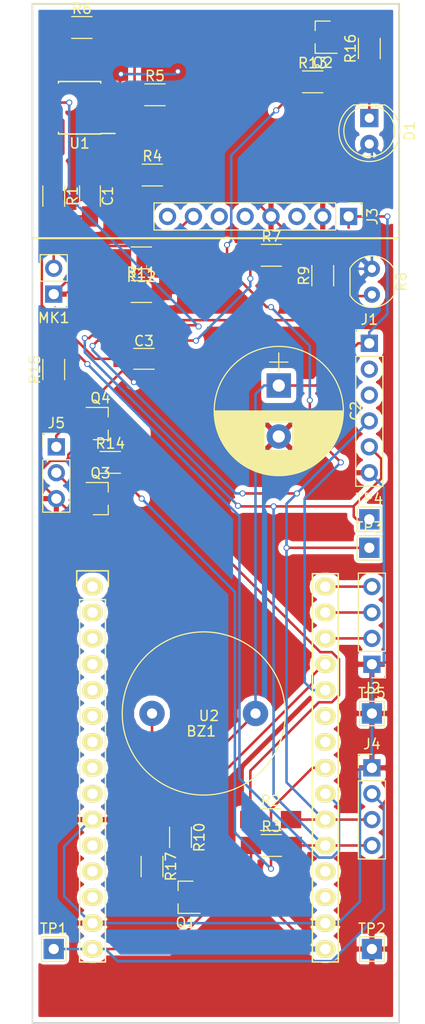
<source format=kicad_pcb>
(kicad_pcb (version 20171130) (host pcbnew 5.0.0-1.fc29)
  (layers (0 F.Cu signal) (31 B.Cu signal) (34 B.Paste user) (35 F.Paste user) (36 B.SilkS user) (37 F.SilkS user) (38 B.Mask user) (39 F.Mask user) (44 Edge.Cuts user))
  (net 0 "")
  (net 1 "Net-(BZ1-Pad2)")
  (net 2 +5V)
  (net 3 "Net-(C1-Pad1)")
  (net 4 "Net-(C1-Pad2)")
  (net 5 GND)
  (net 6 +3V3)
  (net 7 "Net-(D1-Pad1)")
  (net 8 "Net-(J1-Pad2)")
  (net 9 "Net-(J1-Pad3)")
  (net 10 SCL)
  (net 11 SDA)
  (net 12 "Net-(J3-Pad3)")
  (net 13 "Net-(J3-Pad5)")
  (net 14 "Net-(J3-Pad6)")
  (net 15 BAT)
  (net 16 "Net-(J3-Pad8)")
  (net 17 "Net-(J5-Pad1)")
  (net 18 "Net-(J5-Pad2)")
  (net 19 "Net-(Q1-Pad1)")
  (net 20 "Net-(Q2-Pad1)")
  (net 21 "Net-(Q3-Pad1)")
  (net 22 "Net-(Q4-Pad1)")
  (net 23 "Net-(R5-Pad1)")
  (net 24 AUD_IN)
  (net 25 "Net-(R7-Pad1)")
  (net 26 LDR_IN)
  (net 27 AUD_OUT)
  (net 28 "Net-(R11-Pad1)")
  (net 29 IR_LED)
  (net 30 FOCUS)
  (net 31 TRIG)
  (net 32 "Net-(U1-Pad1)")
  (net 33 "Net-(U1-Pad5)")
  (net 34 "Net-(U1-Pad8)")
  (net 35 "Net-(U2-Pad1)")
  (net 36 "Net-(U2-Pad2)")
  (net 37 "Net-(U2-Pad3)")
  (net 38 "Net-(U2-Pad4)")
  (net 39 "Net-(U2-Pad5)")
  (net 40 "Net-(U2-Pad6)")
  (net 41 "Net-(U2-Pad7)")
  (net 42 "Net-(U2-Pad8)")
  (net 43 "Net-(U2-Pad9)")
  (net 44 "Net-(U2-Pad11)")
  (net 45 "Net-(U2-Pad12)")
  (net 46 "Net-(U2-Pad13)")
  (net 47 "Net-(U2-Pad18)")
  (net 48 "Net-(U2-Pad19)")
  (net 49 "Net-(U2-Pad25)")
  (net 50 "Net-(U2-Pad24)")
  (net 51 "Net-(U3-Pad2)")
  (net 52 "Net-(U3-Pad7)")
  (net 53 ROTARY_CLICK)
  (net 54 ROTARY_PREV)
  (net 55 ROTARY_NEXT)
  (net 56 "Net-(Q1-Pad3)")
  (net 57 "Net-(Q2-Pad3)")
  (module Buzzers_Beepers:BUZZER (layer F.Cu) (at 83.82 119.634 180)
    (fp_text reference BZ1 (at 0.24892 -1.75006 180) (layer F.SilkS))
    (fp_text value Buzzer)
    (pad 2 thru_hole circle (at 5.08 0 180) (size 2.49936 2.49936) (drill 1.00076) (layers *.Cu *.Mask) (net 1 "Net-(BZ1-Pad2)"))
    (pad 1 thru_hole circle (at -5.08 0 180) (size 2.49936 2.49936) (drill 1.00076) (layers *.Cu *.Mask) (net 2 +5V))
  )
  (module Capacitors_SMD:C_1206_HandSoldering (layer F.Cu) (at 72.644 68.866 270)
    (fp_text reference C1 (at 0 -1.75 270) (layer F.SilkS))
    (fp_text value 0.1uF)
    (pad 1 smd rect (at -2 0 270) (size 2 1.6) (layers F.Cu F.Paste F.Mask) (net 3 "Net-(C1-Pad1)"))
    (pad 2 smd rect (at 2 0 270) (size 2 1.6) (layers F.Cu F.Paste F.Mask) (net 4 "Net-(C1-Pad2)"))
  )
  (module Capacitors_THT:CP_Radial_D12.5mm_P5.00mm (layer F.Cu) (at 91.186 87.456 270)
    (fp_text reference C2 (at 2.5 -7.56 270) (layer F.SilkS))
    (fp_text value 680uF)
    (pad 1 thru_hole rect (at 0 0 270) (size 2.4 2.4) (drill 1.2) (layers *.Cu *.Mask) (net 2 +5V))
    (pad 2 thru_hole circle (at 5 0 270) (size 2.4 2.4) (drill 1.2) (layers *.Cu *.Mask) (net 5 GND))
  )
  (module Capacitors_SMD:C_1206_HandSoldering (layer F.Cu) (at 77.946 84.836)
    (fp_text reference C3 (at 0 -1.75) (layer F.SilkS))
    (fp_text value 1uF)
    (pad 1 smd rect (at -2 0) (size 2 1.6) (layers F.Cu F.Paste F.Mask) (net 6 +3V3))
    (pad 2 smd rect (at 2 0) (size 2 1.6) (layers F.Cu F.Paste F.Mask) (net 5 GND))
  )
  (module Resistors_SMD:R_1206_HandSoldering (layer F.Cu) (at 69.088 68.866 270)
    (fp_text reference R1 (at 0 -1.85 270) (layer F.SilkS))
    (fp_text value 2.2k)
    (pad 1 smd rect (at -2 0 270) (size 2 1.7) (layers F.Cu F.Paste F.Mask) (net 6 +3V3))
    (pad 2 smd rect (at 2 0 270) (size 2 1.7) (layers F.Cu F.Paste F.Mask) (net 4 "Net-(C1-Pad2)"))
  )
  (module Resistors_SMD:R_1206_HandSoldering (layer F.Cu) (at 90.392 130.048)
    (fp_text reference R2 (at 0 -1.85) (layer F.SilkS))
    (fp_text value R)
    (pad 1 smd rect (at -2 0) (size 2 1.7) (layers F.Cu F.Paste F.Mask) (net 6 +3V3))
    (pad 2 smd rect (at 2 0) (size 2 1.7) (layers F.Cu F.Paste F.Mask) (net 10 SCL))
  )
  (module Resistors_SMD:R_1206_HandSoldering (layer F.Cu) (at 90.456 132.588)
    (fp_text reference R3 (at 0 -1.85) (layer F.SilkS))
    (fp_text value R)
    (pad 1 smd rect (at -2 0) (size 2 1.7) (layers F.Cu F.Paste F.Mask) (net 6 +3V3))
    (pad 2 smd rect (at 2 0) (size 2 1.7) (layers F.Cu F.Paste F.Mask) (net 11 SDA))
  )
  (module Resistors_SMD:R_1206_HandSoldering (layer F.Cu) (at 78.772 66.802)
    (fp_text reference R4 (at 0 -1.85) (layer F.SilkS))
    (fp_text value 100k)
    (pad 1 smd rect (at -2 0) (size 2 1.7) (layers F.Cu F.Paste F.Mask) (net 3 "Net-(C1-Pad1)"))
    (pad 2 smd rect (at 2 0) (size 2 1.7) (layers F.Cu F.Paste F.Mask) (net 5 GND))
  )
  (module Resistors_SMD:R_1206_HandSoldering (layer F.Cu) (at 79.026 58.928)
    (fp_text reference R5 (at 0 -1.85) (layer F.SilkS))
    (fp_text value 1k)
    (pad 1 smd rect (at -2 0) (size 2 1.7) (layers F.Cu F.Paste F.Mask) (net 23 "Net-(R5-Pad1)"))
    (pad 2 smd rect (at 2 0) (size 2 1.7) (layers F.Cu F.Paste F.Mask) (net 5 GND))
  )
  (module Resistors_SMD:R_1206_HandSoldering (layer F.Cu) (at 71.85 52.324)
    (fp_text reference R6 (at 0 -1.85) (layer F.SilkS))
    (fp_text value 100k)
    (pad 1 smd rect (at -2 0) (size 2 1.7) (layers F.Cu F.Paste F.Mask) (net 24 AUD_IN))
    (pad 2 smd rect (at 2 0) (size 2 1.7) (layers F.Cu F.Paste F.Mask) (net 23 "Net-(R5-Pad1)"))
  )
  (module Resistors_SMD:R_1206_HandSoldering (layer F.Cu) (at 90.456 74.676)
    (fp_text reference R7 (at 0 -1.85) (layer F.SilkS))
    (fp_text value 10k)
    (pad 1 smd rect (at -2 0) (size 2 1.7) (layers F.Cu F.Paste F.Mask) (net 25 "Net-(R7-Pad1)"))
    (pad 2 smd rect (at 2 0) (size 2 1.7) (layers F.Cu F.Paste F.Mask) (net 5 GND))
  )
  (module Resistors_SMD:R_1206_HandSoldering (layer F.Cu) (at 95.504 76.676 90)
    (fp_text reference R9 (at 0 -1.85 90) (layer F.SilkS))
    (fp_text value R)
    (pad 1 smd rect (at -2 0 90) (size 2 1.7) (layers F.Cu F.Paste F.Mask) (net 26 LDR_IN))
    (pad 2 smd rect (at 2 0 90) (size 2 1.7) (layers F.Cu F.Paste F.Mask) (net 5 GND))
  )
  (module Resistors_SMD:R_1206_HandSoldering (layer F.Cu) (at 81.534 131.794 270)
    (fp_text reference R10 (at 0 -1.85 270) (layer F.SilkS))
    (fp_text value 1k)
    (pad 1 smd rect (at -2 0 270) (size 2 1.7) (layers F.Cu F.Paste F.Mask) (net 27 AUD_OUT))
    (pad 2 smd rect (at 2 0 270) (size 2 1.7) (layers F.Cu F.Paste F.Mask) (net 19 "Net-(Q1-Pad1)"))
  )
  (module Resistors_SMD:R_1206_HandSoldering (layer F.Cu) (at 77.692 78.232)
    (fp_text reference R11 (at 0 -1.85) (layer F.SilkS))
    (fp_text value 20k)
    (pad 1 smd rect (at -2 0) (size 2 1.7) (layers F.Cu F.Paste F.Mask) (net 28 "Net-(R11-Pad1)"))
    (pad 2 smd rect (at 2 0) (size 2 1.7) (layers F.Cu F.Paste F.Mask) (net 5 GND))
  )
  (module Resistors_SMD:R_1206_HandSoldering (layer F.Cu) (at 77.692 74.93 180)
    (fp_text reference R12 (at 0 -1.85 180) (layer F.SilkS))
    (fp_text value 10k)
    (pad 1 smd rect (at -2 0 180) (size 2 1.7) (layers F.Cu F.Paste F.Mask) (net 15 BAT))
    (pad 2 smd rect (at 2 0 180) (size 2 1.7) (layers F.Cu F.Paste F.Mask) (net 28 "Net-(R11-Pad1)"))
  )
  (module Resistors_SMD:R_1206_HandSoldering (layer F.Cu) (at 94.52 57.658)
    (fp_text reference R13 (at 0 -1.85) (layer F.SilkS))
    (fp_text value 1k)
    (pad 1 smd rect (at -2 0) (size 2 1.7) (layers F.Cu F.Paste F.Mask) (net 29 IR_LED))
    (pad 2 smd rect (at 2 0) (size 2 1.7) (layers F.Cu F.Paste F.Mask) (net 20 "Net-(Q2-Pad1)"))
  )
  (module Resistors_SMD:R_1206_HandSoldering (layer F.Cu) (at 74.644 94.996)
    (fp_text reference R14 (at 0 -1.85) (layer F.SilkS))
    (fp_text value 1k)
    (pad 1 smd rect (at -2 0) (size 2 1.7) (layers F.Cu F.Paste F.Mask) (net 21 "Net-(Q3-Pad1)"))
    (pad 2 smd rect (at 2 0) (size 2 1.7) (layers F.Cu F.Paste F.Mask) (net 30 FOCUS))
  )
  (module Resistors_SMD:R_1206_HandSoldering (layer F.Cu) (at 69.088 85.884 90)
    (fp_text reference R15 (at 0 -1.85 90) (layer F.SilkS))
    (fp_text value 1k)
    (pad 1 smd rect (at -2 0 90) (size 2 1.7) (layers F.Cu F.Paste F.Mask) (net 22 "Net-(Q4-Pad1)"))
    (pad 2 smd rect (at 2 0 90) (size 2 1.7) (layers F.Cu F.Paste F.Mask) (net 31 TRIG))
  )
  (module Resistors_SMD:R_1206_HandSoldering (layer F.Cu) (at 100.076 54.388 90)
    (fp_text reference R16 (at 0 -1.85 90) (layer F.SilkS))
    (fp_text value 27)
    (pad 1 smd rect (at -2 0 90) (size 2 1.7) (layers F.Cu F.Paste F.Mask) (net 7 "Net-(D1-Pad1)"))
    (pad 2 smd rect (at 2 0 90) (size 2 1.7) (layers F.Cu F.Paste F.Mask) (net 57 "Net-(Q2-Pad3)"))
  )
  (module Resistors_SMD:R_1206_HandSoldering (layer F.Cu) (at 78.74 134.652 270)
    (fp_text reference R17 (at 0 -1.85 270) (layer F.SilkS))
    (fp_text value 100)
    (pad 1 smd rect (at -2 0 270) (size 2 1.7) (layers F.Cu F.Paste F.Mask) (net 1 "Net-(BZ1-Pad2)"))
    (pad 2 smd rect (at 2 0 270) (size 2 1.7) (layers F.Cu F.Paste F.Mask) (net 56 "Net-(Q1-Pad3)"))
  )
  (module Housings_SOIC:SOIC-8_3.9x4.9mm_Pitch1.27mm (layer F.Cu) (at 71.628 60.198 180)
    (fp_text reference U1 (at 0 -3.5 180) (layer F.SilkS))
    (fp_text value OPA340UA)
    (pad 1 smd rect (at -2.7 -1.905 180) (size 1.55 0.6) (layers F.Cu F.Paste F.Mask) (net 32 "Net-(U1-Pad1)"))
    (pad 2 smd rect (at -2.7 -0.635 180) (size 1.55 0.6) (layers F.Cu F.Paste F.Mask) (net 23 "Net-(R5-Pad1)"))
    (pad 3 smd rect (at -2.7 0.635 180) (size 1.55 0.6) (layers F.Cu F.Paste F.Mask) (net 3 "Net-(C1-Pad1)"))
    (pad 4 smd rect (at -2.7 1.905 180) (size 1.55 0.6) (layers F.Cu F.Paste F.Mask) (net 5 GND))
    (pad 5 smd rect (at 2.7 1.905 180) (size 1.55 0.6) (layers F.Cu F.Paste F.Mask) (net 33 "Net-(U1-Pad5)"))
    (pad 6 smd rect (at 2.7 0.635 180) (size 1.55 0.6) (layers F.Cu F.Paste F.Mask) (net 24 AUD_IN))
    (pad 7 smd rect (at 2.7 -0.635 180) (size 1.55 0.6) (layers F.Cu F.Paste F.Mask) (net 6 +3V3))
    (pad 8 smd rect (at 2.7 -1.905 180) (size 1.55 0.6) (layers F.Cu F.Paste F.Mask) (net 34 "Net-(U1-Pad8)"))
  )
  (module nodemcu:NodeMCU_Amica_R2 (layer F.Cu) (at 72.898 107.188)
    (fp_text reference U2 (at 11.43 12.68) (layer F.SilkS))
    (fp_text value NodeMCU_Amica_R2 hide)
    (pad 1 thru_hole oval (at 0 0) (size 2.032 1.7272) (drill 1.016) (layers *.Cu *.Mask F.SilkS) (net 35 "Net-(U2-Pad1)"))
    (pad 2 thru_hole oval (at 0 2.54) (size 2.032 1.7272) (drill 1.016) (layers *.Cu *.Mask F.SilkS) (net 36 "Net-(U2-Pad2)"))
    (pad 3 thru_hole oval (at 0 5.08) (size 2.032 1.7272) (drill 1.016) (layers *.Cu *.Mask F.SilkS) (net 37 "Net-(U2-Pad3)"))
    (pad 4 thru_hole oval (at 0 7.62) (size 2.032 1.7272) (drill 1.016) (layers *.Cu *.Mask F.SilkS) (net 38 "Net-(U2-Pad4)"))
    (pad 5 thru_hole oval (at 0 10.16) (size 2.032 1.7272) (drill 1.016) (layers *.Cu *.Mask F.SilkS) (net 39 "Net-(U2-Pad5)"))
    (pad 6 thru_hole oval (at 0 12.7) (size 2.032 1.7272) (drill 1.016) (layers *.Cu *.Mask F.SilkS) (net 40 "Net-(U2-Pad6)"))
    (pad 7 thru_hole oval (at 0 15.24) (size 2.032 1.7272) (drill 1.016) (layers *.Cu *.Mask F.SilkS) (net 41 "Net-(U2-Pad7)"))
    (pad 8 thru_hole oval (at 0 17.78) (size 2.032 1.7272) (drill 1.016) (layers *.Cu *.Mask F.SilkS) (net 42 "Net-(U2-Pad8)"))
    (pad 9 thru_hole oval (at 0 20.32) (size 2.032 1.7272) (drill 1.016) (layers *.Cu *.Mask F.SilkS) (net 43 "Net-(U2-Pad9)"))
    (pad 10 thru_hole oval (at 0 22.86) (size 2.032 1.7272) (drill 1.016) (layers *.Cu *.Mask F.SilkS) (net 5 GND))
    (pad 11 thru_hole oval (at 0 25.4) (size 2.032 1.7272) (drill 1.016) (layers *.Cu *.Mask F.SilkS) (net 44 "Net-(U2-Pad11)"))
    (pad 12 thru_hole oval (at 0 27.94) (size 2.032 1.7272) (drill 1.016) (layers *.Cu *.Mask F.SilkS) (net 45 "Net-(U2-Pad12)"))
    (pad 13 thru_hole oval (at 0 30.48) (size 2.032 1.7272) (drill 1.016) (layers *.Cu *.Mask F.SilkS) (net 46 "Net-(U2-Pad13)"))
    (pad 14 thru_hole oval (at 0 33.02) (size 2.032 1.7272) (drill 1.016) (layers *.Cu *.Mask F.SilkS) (net 5 GND))
    (pad 15 thru_hole oval (at 0 35.56) (size 2.032 1.7272) (drill 1.016) (layers *.Cu *.Mask F.SilkS) (net 2 +5V))
    (pad 30 thru_hole oval (at 22.86 0) (size 2.032 1.7272) (drill 1.016) (layers *.Cu *.Mask F.SilkS) (net 55 ROTARY_NEXT))
    (pad 18 thru_hole oval (at 22.86 30.48) (size 2.032 1.7272) (drill 1.016) (layers *.Cu *.Mask F.SilkS) (net 47 "Net-(U2-Pad18)"))
    (pad 17 thru_hole oval (at 22.86 33.02) (size 2.032 1.7272) (drill 1.016) (layers *.Cu *.Mask F.SilkS) (net 5 GND))
    (pad 19 thru_hole oval (at 22.86 27.94) (size 2.032 1.7272) (drill 1.016) (layers *.Cu *.Mask F.SilkS) (net 48 "Net-(U2-Pad19)"))
    (pad 25 thru_hole oval (at 22.86 12.7) (size 2.032 1.7272) (drill 1.016) (layers *.Cu *.Mask F.SilkS) (net 49 "Net-(U2-Pad25)"))
    (pad 26 thru_hole oval (at 22.86 10.16) (size 2.032 1.7272) (drill 1.016) (layers *.Cu *.Mask F.SilkS) (net 29 IR_LED))
    (pad 24 thru_hole oval (at 22.86 15.24) (size 2.032 1.7272) (drill 1.016) (layers *.Cu *.Mask F.SilkS) (net 50 "Net-(U2-Pad24)"))
    (pad 16 thru_hole oval (at 22.86 35.56) (size 2.032 1.7272) (drill 1.016) (layers *.Cu *.Mask F.SilkS) (net 6 +3V3))
    (pad 22 thru_hole oval (at 22.86 20.32) (size 2.032 1.7272) (drill 1.016) (layers *.Cu *.Mask F.SilkS) (net 31 TRIG))
    (pad 23 thru_hole oval (at 22.86 17.78) (size 2.032 1.7272) (drill 1.016) (layers *.Cu *.Mask F.SilkS) (net 30 FOCUS))
    (pad 21 thru_hole oval (at 22.86 22.86) (size 2.032 1.7272) (drill 1.016) (layers *.Cu *.Mask F.SilkS) (net 10 SCL))
    (pad 20 thru_hole oval (at 22.86 25.4) (size 2.032 1.7272) (drill 1.016) (layers *.Cu *.Mask F.SilkS) (net 11 SDA))
    (pad 28 thru_hole oval (at 22.86 5.08) (size 2.032 1.7272) (drill 1.016) (layers *.Cu *.Mask F.SilkS) (net 53 ROTARY_CLICK))
    (pad 27 thru_hole oval (at 22.86 7.62) (size 2.032 1.7272) (drill 1.016) (layers *.Cu *.Mask F.SilkS) (net 27 AUD_OUT))
    (pad 29 thru_hole oval (at 22.86 2.54) (size 2.032 1.7272) (drill 1.016) (layers *.Cu *.Mask F.SilkS) (net 54 ROTARY_PREV))
  )
  (module Tinkerforge:VSSOP10 (layer F.Cu) (at 77.81 82.042 90)
    (fp_text reference U3)
    (fp_text value ADS1115)
    (pad 1 smd rect (at -1 2.2 90) (size 0.3 1.45) (layers F.Cu F.Paste F.Mask) (net 25 "Net-(R7-Pad1)"))
    (pad 2 smd rect (at -0.5 2.2 90) (size 0.3 1.45) (layers F.Cu F.Paste F.Mask) (net 51 "Net-(U3-Pad2)"))
    (pad 3 smd rect (at 0 2.2 90) (size 0.3 1.45) (layers F.Cu F.Paste F.Mask) (net 5 GND))
    (pad 4 smd rect (at 0.5 2.2 90) (size 0.3 1.45) (layers F.Cu F.Paste F.Mask) (net 24 AUD_IN))
    (pad 5 smd rect (at 1 2.2 90) (size 0.3 1.45) (layers F.Cu F.Paste F.Mask) (net 26 LDR_IN))
    (pad 6 smd rect (at 1 -2.2 90) (size 0.3 1.45) (layers F.Cu F.Paste F.Mask) (net 28 "Net-(R11-Pad1)"))
    (pad 7 smd rect (at 0.5 -2.2 90) (size 0.3 1.45) (layers F.Cu F.Paste F.Mask) (net 52 "Net-(U3-Pad7)"))
    (pad 8 smd rect (at 0 -2.2 90) (size 0.3 1.45) (layers F.Cu F.Paste F.Mask) (net 6 +3V3))
    (pad 9 smd rect (at -0.5 -2.2 90) (size 0.3 1.45) (layers F.Cu F.Paste F.Mask) (net 11 SDA))
    (pad 10 smd rect (at -1 -2.2 90) (size 0.3 1.45) (layers F.Cu F.Paste F.Mask) (net 10 SCL))
  )
  (module LEDs:LED_D5.0mm (layer F.Cu) (at 100.076 61.214 270)
    (fp_text reference D1 (at 1.27 -3.96 270) (layer F.SilkS))
    (fp_text value IR204A)
    (pad 1 thru_hole rect (at 0 0 270) (size 1.8 1.8) (drill 0.9) (layers *.Cu *.Mask) (net 7 "Net-(D1-Pad1)"))
    (pad 2 thru_hole circle (at 2.54 0 270) (size 1.8 1.8) (drill 0.9) (layers *.Cu *.Mask) (net 6 +3V3))
  )
  (module Pin_Headers:Pin_Header_Straight_1x06_Pitch2.54mm (layer F.Cu) (at 100.076 83.312)
    (fp_text reference J1 (at 0 -2.33) (layer F.SilkS))
    (fp_text value LIDAR)
    (pad 1 thru_hole rect (at 0 0) (size 1.7 1.7) (drill 1) (layers *.Cu *.Mask) (net 2 +5V))
    (pad 2 thru_hole oval (at 0 2.54) (size 1.7 1.7) (drill 1) (layers *.Cu *.Mask) (net 8 "Net-(J1-Pad2)"))
    (pad 3 thru_hole oval (at 0 5.08) (size 1.7 1.7) (drill 1) (layers *.Cu *.Mask) (net 9 "Net-(J1-Pad3)"))
    (pad 4 thru_hole oval (at 0 7.62) (size 1.7 1.7) (drill 1) (layers *.Cu *.Mask) (net 10 SCL))
    (pad 5 thru_hole oval (at 0 10.16) (size 1.7 1.7) (drill 1) (layers *.Cu *.Mask) (net 11 SDA))
    (pad 6 thru_hole oval (at 0 12.7) (size 1.7 1.7) (drill 1) (layers *.Cu *.Mask) (net 5 GND))
  )
  (module Pin_Headers:Pin_Header_Straight_1x08_Pitch2.54mm (layer F.Cu) (at 98.044 70.866 270)
    (fp_text reference J3 (at 0 -2.33 270) (layer F.SilkS))
    (fp_text value "PowerBoost 1000C")
    (pad 1 thru_hole rect (at 0 0 270) (size 1.7 1.7) (drill 1) (layers *.Cu *.Mask) (net 2 +5V))
    (pad 2 thru_hole oval (at 0 2.54 270) (size 1.7 1.7) (drill 1) (layers *.Cu *.Mask) (net 5 GND))
    (pad 3 thru_hole oval (at 0 5.08 270) (size 1.7 1.7) (drill 1) (layers *.Cu *.Mask) (net 12 "Net-(J3-Pad3)"))
    (pad 4 thru_hole oval (at 0 7.62 270) (size 1.7 1.7) (drill 1) (layers *.Cu *.Mask) (net 5 GND))
    (pad 5 thru_hole oval (at 0 10.16 270) (size 1.7 1.7) (drill 1) (layers *.Cu *.Mask) (net 13 "Net-(J3-Pad5)"))
    (pad 6 thru_hole oval (at 0 12.7 270) (size 1.7 1.7) (drill 1) (layers *.Cu *.Mask) (net 14 "Net-(J3-Pad6)"))
    (pad 7 thru_hole oval (at 0 15.24 270) (size 1.7 1.7) (drill 1) (layers *.Cu *.Mask) (net 15 BAT))
    (pad 8 thru_hole oval (at 0 17.78 270) (size 1.7 1.7) (drill 1) (layers *.Cu *.Mask) (net 16 "Net-(J3-Pad8)"))
  )
  (module Pin_Headers:Pin_Header_Straight_1x04_Pitch2.54mm (layer F.Cu) (at 100.33 124.968)
    (fp_text reference J4 (at 0 -2.33) (layer F.SilkS))
    (fp_text value Display)
    (pad 1 thru_hole rect (at 0 0) (size 1.7 1.7) (drill 1) (layers *.Cu *.Mask) (net 5 GND))
    (pad 2 thru_hole oval (at 0 2.54) (size 1.7 1.7) (drill 1) (layers *.Cu *.Mask) (net 2 +5V))
    (pad 3 thru_hole oval (at 0 5.08) (size 1.7 1.7) (drill 1) (layers *.Cu *.Mask) (net 10 SCL))
    (pad 4 thru_hole oval (at 0 7.62) (size 1.7 1.7) (drill 1) (layers *.Cu *.Mask) (net 11 SDA))
  )
  (module Pin_Headers:Pin_Header_Straight_1x03_Pitch2.54mm (layer F.Cu) (at 69.342 93.472)
    (fp_text reference J5 (at 0 -2.33) (layer F.SilkS))
    (fp_text value Audio-Jack-3)
    (pad 1 thru_hole rect (at 0 0) (size 1.7 1.7) (drill 1) (layers *.Cu *.Mask) (net 17 "Net-(J5-Pad1)"))
    (pad 2 thru_hole oval (at 0 2.54) (size 1.7 1.7) (drill 1) (layers *.Cu *.Mask) (net 18 "Net-(J5-Pad2)"))
    (pad 3 thru_hole oval (at 0 5.08) (size 1.7 1.7) (drill 1) (layers *.Cu *.Mask) (net 5 GND))
  )
  (module Pin_Headers:Pin_Header_Straight_1x02_Pitch2.54mm (layer F.Cu) (at 69.088 78.486 180)
    (fp_text reference MK1 (at 0 -2.33 180) (layer F.SilkS))
    (fp_text value Mic)
    (pad 1 thru_hole rect (at 0 0 180) (size 1.7 1.7) (drill 1) (layers *.Cu *.Mask) (net 5 GND))
    (pad 2 thru_hole oval (at 0 2.54 180) (size 1.7 1.7) (drill 1) (layers *.Cu *.Mask) (net 4 "Net-(C1-Pad2)"))
  )
  (module Opto-Devices:Resistor_LDR_4.9x4.2_RM2.54 (layer F.Cu) (at 100.33 76 270)
    (fp_text reference R8 (at 1.27 -2.9 270) (layer F.SilkS))
    (fp_text value LDR03)
    (pad 1 thru_hole circle (at 0 0 270) (size 1.6 1.6) (drill 0.8) (layers *.Cu *.Mask) (net 6 +3V3))
    (pad 2 thru_hole circle (at 2.54 0 270) (size 1.6 1.6) (drill 0.8) (layers *.Cu *.Mask) (net 26 LDR_IN))
  )
  (module Pin_Headers:Pin_Header_Straight_1x04_Pitch2.54mm (layer F.Cu) (at 100.33 114.808 180)
    (fp_text reference J2 (at 0 -2.33 180) (layer F.SilkS))
    (fp_text value "Rotary switch")
    (pad 1 thru_hole rect (at 0 0 180) (size 1.7 1.7) (drill 1) (layers *.Cu *.Mask) (net 5 GND))
    (pad 2 thru_hole oval (at 0 2.54 180) (size 1.7 1.7) (drill 1) (layers *.Cu *.Mask) (net 53 ROTARY_CLICK))
    (pad 3 thru_hole oval (at 0 5.08 180) (size 1.7 1.7) (drill 1) (layers *.Cu *.Mask) (net 54 ROTARY_PREV))
    (pad 4 thru_hole oval (at 0 7.62 180) (size 1.7 1.7) (drill 1) (layers *.Cu *.Mask) (net 55 ROTARY_NEXT))
  )
  (module Package_TO_SOT_SMD:SOT-23 (layer F.Cu) (at 82.058 137.668 180)
    (fp_text reference Q1 (at 0 -2.5 180) (layer F.SilkS))
    (fp_text value Q_NPN_BEC)
    (pad 3 smd rect (at 1 0 180) (size 0.9 0.8) (layers F.Cu F.Paste F.Mask) (net 56 "Net-(Q1-Pad3)"))
    (pad 2 smd rect (at -1 0.95 180) (size 0.9 0.8) (layers F.Cu F.Paste F.Mask) (net 5 GND))
    (pad 1 smd rect (at -1 -0.95 180) (size 0.9 0.8) (layers F.Cu F.Paste F.Mask) (net 19 "Net-(Q1-Pad1)"))
  )
  (module Package_TO_SOT_SMD:SOT-23 (layer F.Cu) (at 95.52 53.274 180)
    (fp_text reference Q2 (at 0 -2.5 180) (layer F.SilkS))
    (fp_text value Q_NPN_BEC)
    (pad 1 smd rect (at -1 -0.95 180) (size 0.9 0.8) (layers F.Cu F.Paste F.Mask) (net 20 "Net-(Q2-Pad1)"))
    (pad 2 smd rect (at -1 0.95 180) (size 0.9 0.8) (layers F.Cu F.Paste F.Mask) (net 5 GND))
    (pad 3 smd rect (at 1 0 180) (size 0.9 0.8) (layers F.Cu F.Paste F.Mask) (net 57 "Net-(Q2-Pad3)"))
  )
  (module Package_TO_SOT_SMD:SOT-23 (layer F.Cu) (at 73.676 98.552)
    (fp_text reference Q3 (at 0 -2.5) (layer F.SilkS))
    (fp_text value Q_NPN_BEC)
    (pad 3 smd rect (at 1 0) (size 0.9 0.8) (layers F.Cu F.Paste F.Mask) (net 18 "Net-(J5-Pad2)"))
    (pad 2 smd rect (at -1 0.95) (size 0.9 0.8) (layers F.Cu F.Paste F.Mask) (net 5 GND))
    (pad 1 smd rect (at -1 -0.95) (size 0.9 0.8) (layers F.Cu F.Paste F.Mask) (net 21 "Net-(Q3-Pad1)"))
  )
  (module Package_TO_SOT_SMD:SOT-23 (layer F.Cu) (at 73.676 91.186)
    (fp_text reference Q4 (at 0 -2.5) (layer F.SilkS))
    (fp_text value Q_NPN_BEC)
    (pad 1 smd rect (at -1 -0.95) (size 0.9 0.8) (layers F.Cu F.Paste F.Mask) (net 22 "Net-(Q4-Pad1)"))
    (pad 2 smd rect (at -1 0.95) (size 0.9 0.8) (layers F.Cu F.Paste F.Mask) (net 5 GND))
    (pad 3 smd rect (at 1 0) (size 0.9 0.8) (layers F.Cu F.Paste F.Mask) (net 17 "Net-(J5-Pad1)"))
  )
  (module TestPoint:TestPoint_THTPad_2.0x2.0mm_Drill1.0mm (layer F.Cu) (at 69.088 142.748)
    (fp_text reference TP1 (at 0 -1.998) (layer F.SilkS))
    (fp_text value TEST)
    (pad 1 thru_hole rect (at 0 0) (size 2 2) (drill 1) (layers *.Cu *.Mask) (net 2 +5V))
  )
  (module TestPoint:TestPoint_THTPad_2.0x2.0mm_Drill1.0mm (layer F.Cu) (at 100.33 142.748)
    (fp_text reference TP2 (at 0 -1.998) (layer F.SilkS))
    (fp_text value TEST)
    (pad 1 thru_hole rect (at 0 0) (size 2 2) (drill 1) (layers *.Cu *.Mask) (net 5 GND))
  )
  (module TestPoint:TestPoint_THTPad_2.0x2.0mm_Drill1.0mm (layer F.Cu) (at 100.076 103.378)
    (fp_text reference TP3 (at 0 -1.998) (layer F.SilkS))
    (fp_text value TEST)
    (pad 1 thru_hole rect (at 0 0) (size 2 2) (drill 1) (layers *.Cu *.Mask) (net 10 SCL))
  )
  (module TestPoint:TestPoint_THTPad_2.0x2.0mm_Drill1.0mm (layer F.Cu) (at 100.076 100.584)
    (fp_text reference TP4 (at 0 -1.998) (layer F.SilkS))
    (fp_text value TEST)
    (pad 1 thru_hole rect (at 0 0) (size 2 2) (drill 1) (layers *.Cu *.Mask) (net 11 SDA))
  )
  (module TestPoint:TestPoint_THTPad_2.0x2.0mm_Drill1.0mm (layer F.Cu) (at 100.33 119.634)
    (fp_text reference TP5 (at 0 -1.998) (layer F.SilkS))
    (fp_text value TEST)
    (pad 1 thru_hole rect (at 0 0) (size 2 2) (drill 1) (layers *.Cu *.Mask) (net 5 GND))
  )
  (gr_line (start 67 73) (end 67 50) (layer F.SilkS) (width 0.2))
  (gr_line (start 103 73) (end 67 73) (layer F.SilkS) (width 0.2))
  (gr_line (start 103 50) (end 103 73) (layer F.SilkS) (width 0.2))
  (gr_line (start 67 50) (end 103 50) (layer F.SilkS) (width 0.2))
  (gr_line (start 67 50) (end 67 150) (layer Edge.Cuts) (width 0.15))
  (gr_line (start 103 50) (end 67 50) (layer Edge.Cuts) (width 0.15))
  (gr_line (start 103 150) (end 103 50) (layer Edge.Cuts) (width 0.15))
  (gr_line (start 67 150) (end 103 150) (layer Edge.Cuts) (width 0.15))
  (segment (start 78.74 132.652) (end 78.74 119.634) (width 0.25) (layer F.Cu) (net 1))
  (segment (start 98.044 70.866) (end 98.044 71.966) (width 0.25) (layer F.Cu) (net 2))
  (segment (start 72.898 142.748) (end 74.164 142.748) (width 0.25) (layer B.Cu) (net 2))
  (segment (start 74.164 142.748) (end 75.35261 143.93661) (width 0.25) (layer B.Cu) (net 2))
  (segment (start 75.35261 143.93661) (end 96.402738 143.93661) (width 0.25) (layer B.Cu) (net 2))
  (segment (start 96.402738 143.93661) (end 101.505001 138.834347) (width 0.25) (layer B.Cu) (net 2))
  (segment (start 101.505001 138.834347) (end 101.505001 128.683001) (width 0.25) (layer B.Cu) (net 2))
  (segment (start 101.505001 128.683001) (end 101.179999 128.357999) (width 0.25) (layer B.Cu) (net 2))
  (segment (start 101.179999 128.357999) (end 100.33 127.508) (width 0.25) (layer B.Cu) (net 2))
  (segment (start 72.898 142.748) (end 80.363002 142.748) (width 0.25) (layer F.Cu) (net 2))
  (segment (start 80.363002 142.748) (end 84.28301 138.827992) (width 0.25) (layer F.Cu) (net 2))
  (segment (start 87.650321 120.883679) (end 88.9 119.634) (width 0.25) (layer F.Cu) (net 2))
  (segment (start 84.28301 138.827992) (end 84.28301 132.75801) (width 0.25) (layer F.Cu) (net 2))
  (segment (start 84.28301 132.75801) (end 82.644001 131.119001) (width 0.25) (layer F.Cu) (net 2))
  (segment (start 80.358999 128.175001) (end 87.650321 120.883679) (width 0.25) (layer F.Cu) (net 2))
  (segment (start 82.644001 131.119001) (end 80.423999 131.119001) (width 0.25) (layer F.Cu) (net 2))
  (segment (start 80.423999 131.119001) (end 80.358999 131.054001) (width 0.25) (layer F.Cu) (net 2))
  (segment (start 80.358999 131.054001) (end 80.358999 128.175001) (width 0.25) (layer F.Cu) (net 2))
  (via (at 101.854 70.866) (size 0.6) (drill 0.4) (layers F.Cu B.Cu) (net 2))
  (segment (start 101.854 80.434) (end 101.854 70.866) (width 0.25) (layer B.Cu) (net 2))
  (segment (start 100.076 83.312) (end 100.076 82.212) (width 0.25) (layer B.Cu) (net 2))
  (segment (start 100.076 82.212) (end 101.854 80.434) (width 0.25) (layer B.Cu) (net 2))
  (segment (start 101.429736 70.866) (end 98.044 70.866) (width 0.25) (layer F.Cu) (net 2))
  (segment (start 101.854 70.866) (end 101.429736 70.866) (width 0.25) (layer F.Cu) (net 2))
  (segment (start 72.898 142.748) (end 69.088 142.748) (width 0.25) (layer B.Cu) (net 2))
  (segment (start 89.736 87.456) (end 91.186 87.456) (width 0.25) (layer B.Cu) (net 2))
  (segment (start 88.9 88.292) (end 89.736 87.456) (width 0.25) (layer B.Cu) (net 2))
  (segment (start 88.9 119.634) (end 88.9 88.292) (width 0.25) (layer B.Cu) (net 2))
  (segment (start 94.832 87.456) (end 91.186 87.456) (width 0.25) (layer F.Cu) (net 2))
  (segment (start 98.976 83.312) (end 94.832 87.456) (width 0.25) (layer F.Cu) (net 2))
  (segment (start 100.076 83.312) (end 98.976 83.312) (width 0.25) (layer F.Cu) (net 2))
  (segment (start 72.644 66.866) (end 76.708 66.866) (width 0.25) (layer F.Cu) (net 3))
  (segment (start 76.708 66.866) (end 76.772 66.802) (width 0.25) (layer F.Cu) (net 3))
  (segment (start 74.328 59.563) (end 73.853 59.563) (width 0.25) (layer F.Cu) (net 3))
  (segment (start 73.853 59.563) (end 72.644 60.772) (width 0.25) (layer F.Cu) (net 3))
  (segment (start 72.644 60.772) (end 72.644 65.616) (width 0.25) (layer F.Cu) (net 3))
  (segment (start 72.644 65.616) (end 72.644 66.866) (width 0.25) (layer F.Cu) (net 3))
  (segment (start 69.088 70.866) (end 72.644 70.866) (width 0.25) (layer F.Cu) (net 4))
  (segment (start 69.088 70.866) (end 69.088 75.946) (width 0.25) (layer F.Cu) (net 4))
  (segment (start 100.33 119.634) (end 100.33 114.808) (width 0.25) (layer F.Cu) (net 5))
  (segment (start 100.33 124.968) (end 100.33 119.634) (width 0.25) (layer F.Cu) (net 5))
  (segment (start 79.946 84.836) (end 83.566 84.836) (width 0.25) (layer F.Cu) (net 5))
  (segment (start 83.566 84.836) (end 91.186 92.456) (width 0.25) (layer F.Cu) (net 5))
  (segment (start 79.692 78.232) (end 79.692 79.332) (width 0.25) (layer F.Cu) (net 5))
  (segment (start 79.692 79.332) (end 78.959999 80.064001) (width 0.25) (layer F.Cu) (net 5))
  (segment (start 78.959999 80.064001) (end 78.959999 81.966999) (width 0.25) (layer F.Cu) (net 5))
  (segment (start 78.959999 81.966999) (end 79.035 82.042) (width 0.25) (layer F.Cu) (net 5))
  (segment (start 79.035 82.042) (end 80.01 82.042) (width 0.25) (layer F.Cu) (net 5))
  (segment (start 69.088 78.486) (end 73.819001 73.754999) (width 0.25) (layer F.Cu) (net 5))
  (segment (start 79.542 78.232) (end 79.692 78.232) (width 0.25) (layer F.Cu) (net 5))
  (segment (start 76.952001 73.754999) (end 78.366999 75.169997) (width 0.25) (layer F.Cu) (net 5))
  (segment (start 78.366999 75.169997) (end 78.366999 77.056999) (width 0.25) (layer F.Cu) (net 5))
  (segment (start 78.366999 77.056999) (end 79.542 78.232) (width 0.25) (layer F.Cu) (net 5))
  (segment (start 81.28 56.642) (end 81.28 58.674) (width 0.25) (layer F.Cu) (net 5))
  (segment (start 81.28 58.674) (end 81.026 58.928) (width 0.25) (layer F.Cu) (net 5))
  (segment (start 75.692 56.896) (end 81.026 56.896) (width 0.25) (layer B.Cu) (net 5))
  (segment (start 81.026 56.896) (end 81.28 56.642) (width 0.25) (layer B.Cu) (net 5))
  (via (at 81.28 56.642) (size 0.6) (drill 0.4) (layers F.Cu B.Cu) (net 5))
  (segment (start 74.328 58.293) (end 74.328 58.26) (width 0.25) (layer F.Cu) (net 5))
  (segment (start 74.328 58.26) (end 75.692 56.896) (width 0.25) (layer F.Cu) (net 5))
  (via (at 75.692 56.896) (size 0.6) (drill 0.4) (layers F.Cu B.Cu) (net 5))
  (segment (start 80.772 66.802) (end 80.772 59.182) (width 0.25) (layer F.Cu) (net 5))
  (segment (start 80.772 59.182) (end 81.026 58.928) (width 0.25) (layer F.Cu) (net 5))
  (segment (start 90.424 70.866) (end 86.36 66.802) (width 0.25) (layer F.Cu) (net 5))
  (segment (start 86.36 66.802) (end 80.772 66.802) (width 0.25) (layer F.Cu) (net 5))
  (segment (start 79.946 84.836) (end 79.746 84.836) (width 0.25) (layer F.Cu) (net 5))
  (segment (start 79.746 84.836) (end 78.959999 84.049999) (width 0.25) (layer F.Cu) (net 5))
  (segment (start 78.959999 84.049999) (end 78.959999 82.117001) (width 0.25) (layer F.Cu) (net 5))
  (segment (start 78.959999 82.117001) (end 79.035 82.042) (width 0.25) (layer F.Cu) (net 5))
  (segment (start 92.456 74.676) (end 92.456 72.898) (width 0.25) (layer F.Cu) (net 5))
  (segment (start 92.456 72.898) (end 90.424 70.866) (width 0.25) (layer F.Cu) (net 5))
  (segment (start 95.504 74.676) (end 94.404 74.676) (width 0.25) (layer F.Cu) (net 5))
  (segment (start 94.404 74.676) (end 92.456 74.676) (width 0.25) (layer F.Cu) (net 5))
  (segment (start 95.504 74.676) (end 95.504 70.866) (width 0.25) (layer F.Cu) (net 5))
  (segment (start 91.186 92.456) (end 94.742 96.012) (width 0.25) (layer F.Cu) (net 5))
  (segment (start 94.742 96.012) (end 100.076 96.012) (width 0.25) (layer F.Cu) (net 5))
  (segment (start 100.33 124.968) (end 100.33 114.808) (width 0.25) (layer B.Cu) (net 5))
  (segment (start 72.898 140.208) (end 95.758 140.208) (width 0.25) (layer B.Cu) (net 5))
  (segment (start 95.758 140.208) (end 97.024 140.208) (width 0.25) (layer B.Cu) (net 5))
  (segment (start 97.024 140.208) (end 99.154999 138.077001) (width 0.25) (layer B.Cu) (net 5))
  (segment (start 99.154999 138.077001) (end 99.154999 125.043001) (width 0.25) (layer B.Cu) (net 5))
  (segment (start 99.154999 125.043001) (end 99.23 124.968) (width 0.25) (layer B.Cu) (net 5))
  (segment (start 99.23 124.968) (end 100.33 124.968) (width 0.25) (layer B.Cu) (net 5))
  (segment (start 80.772 67.902) (end 80.772 66.802) (width 0.25) (layer F.Cu) (net 5))
  (segment (start 76.708 71.966) (end 80.772 67.902) (width 0.25) (layer F.Cu) (net 5))
  (segment (start 76.708 73.754999) (end 76.708 71.966) (width 0.25) (layer F.Cu) (net 5))
  (segment (start 76.708 73.754999) (end 76.952001 73.754999) (width 0.25) (layer F.Cu) (net 5))
  (segment (start 73.819001 73.754999) (end 76.708 73.754999) (width 0.25) (layer F.Cu) (net 5))
  (segment (start 72.7456 140.208) (end 70.104 137.5664) (width 0.25) (layer B.Cu) (net 5))
  (segment (start 72.898 140.208) (end 72.7456 140.208) (width 0.25) (layer B.Cu) (net 5))
  (segment (start 72.7456 130.048) (end 72.898 130.048) (width 0.25) (layer B.Cu) (net 5))
  (segment (start 70.104 132.6896) (end 72.7456 130.048) (width 0.25) (layer B.Cu) (net 5))
  (segment (start 70.104 137.5664) (end 70.104 132.6896) (width 0.25) (layer B.Cu) (net 5))
  (segment (start 101.505001 97.441001) (end 100.925999 96.861999) (width 0.25) (layer B.Cu) (net 5))
  (segment (start 100.925999 96.861999) (end 100.076 96.012) (width 0.25) (layer B.Cu) (net 5))
  (segment (start 101.505001 114.732999) (end 101.505001 97.441001) (width 0.25) (layer B.Cu) (net 5))
  (segment (start 101.43 114.808) (end 101.505001 114.732999) (width 0.25) (layer B.Cu) (net 5))
  (segment (start 100.33 114.808) (end 101.43 114.808) (width 0.25) (layer B.Cu) (net 5))
  (segment (start 85.598 52.324) (end 81.28 56.642) (width 0.25) (layer F.Cu) (net 5))
  (segment (start 96.52 52.324) (end 85.598 52.324) (width 0.25) (layer F.Cu) (net 5))
  (segment (start 70.292 99.502) (end 69.342 98.552) (width 0.25) (layer F.Cu) (net 5))
  (segment (start 72.676 99.502) (end 70.292 99.502) (width 0.25) (layer F.Cu) (net 5))
  (segment (start 74.164 140.208) (end 72.898 140.208) (width 0.25) (layer F.Cu) (net 5))
  (segment (start 82.358 137.803002) (end 79.953002 140.208) (width 0.25) (layer F.Cu) (net 5))
  (segment (start 82.358 137.368) (end 82.358 137.803002) (width 0.25) (layer F.Cu) (net 5))
  (segment (start 79.953002 140.208) (end 74.164 140.208) (width 0.25) (layer F.Cu) (net 5))
  (segment (start 83.008 136.718) (end 82.358 137.368) (width 0.25) (layer F.Cu) (net 5))
  (segment (start 83.058 136.718) (end 83.008 136.718) (width 0.25) (layer F.Cu) (net 5))
  (segment (start 68.777999 94.836999) (end 67.818 95.796998) (width 0.25) (layer F.Cu) (net 5))
  (segment (start 70.262003 94.836999) (end 68.777999 94.836999) (width 0.25) (layer F.Cu) (net 5))
  (segment (start 70.517001 94.582001) (end 70.262003 94.836999) (width 0.25) (layer F.Cu) (net 5))
  (segment (start 70.517001 94.244999) (end 70.517001 94.582001) (width 0.25) (layer F.Cu) (net 5))
  (segment (start 72.676 92.136) (end 72.626 92.136) (width 0.25) (layer F.Cu) (net 5))
  (segment (start 72.626 92.136) (end 70.517001 94.244999) (width 0.25) (layer F.Cu) (net 5))
  (segment (start 67.818 97.028) (end 69.342 98.552) (width 0.25) (layer F.Cu) (net 5))
  (segment (start 67.818 95.796998) (end 67.818 97.028) (width 0.25) (layer F.Cu) (net 5))
  (segment (start 97.024 140.208) (end 95.758 140.208) (width 0.25) (layer F.Cu) (net 5))
  (segment (start 99.04 140.208) (end 97.024 140.208) (width 0.25) (layer F.Cu) (net 5))
  (segment (start 100.33 141.498) (end 99.04 140.208) (width 0.25) (layer F.Cu) (net 5))
  (segment (start 100.33 142.748) (end 100.33 141.498) (width 0.25) (layer F.Cu) (net 5))
  (segment (start 100.33 76) (end 100.33 64.008) (width 0.25) (layer B.Cu) (net 6))
  (segment (start 100.33 64.008) (end 100.076 63.754) (width 0.25) (layer B.Cu) (net 6))
  (segment (start 81.026 87.122) (end 92.148 76) (width 0.25) (layer B.Cu) (net 6))
  (segment (start 92.148 76) (end 100.33 76) (width 0.25) (layer B.Cu) (net 6))
  (segment (start 76.962 87.122) (end 81.026 87.122) (width 0.25) (layer B.Cu) (net 6))
  (segment (start 75.946 84.836) (end 75.946 86.106) (width 0.25) (layer F.Cu) (net 6))
  (segment (start 75.946 86.106) (end 76.962 87.122) (width 0.25) (layer F.Cu) (net 6))
  (via (at 76.962 87.122) (size 0.6) (drill 0.4) (layers F.Cu B.Cu) (net 6))
  (segment (start 75.946 84.836) (end 73.152998 84.836) (width 0.25) (layer F.Cu) (net 6))
  (segment (start 73.152998 84.836) (end 67.912999 79.596001) (width 0.25) (layer F.Cu) (net 6))
  (segment (start 67.912999 79.596001) (end 67.912999 69.291001) (width 0.25) (layer F.Cu) (net 6))
  (segment (start 67.912999 69.291001) (end 69.088 68.116) (width 0.25) (layer F.Cu) (net 6))
  (segment (start 69.088 68.116) (end 69.088 66.866) (width 0.25) (layer F.Cu) (net 6))
  (segment (start 75.946 84.836) (end 76.146 84.836) (width 0.25) (layer F.Cu) (net 6))
  (segment (start 76.146 84.836) (end 76.660001 84.321999) (width 0.25) (layer F.Cu) (net 6))
  (segment (start 76.585 82.042) (end 75.61 82.042) (width 0.25) (layer F.Cu) (net 6))
  (segment (start 76.660001 84.321999) (end 76.660001 82.117001) (width 0.25) (layer F.Cu) (net 6))
  (segment (start 76.660001 82.117001) (end 76.585 82.042) (width 0.25) (layer F.Cu) (net 6))
  (segment (start 68.928 60.833) (end 69.403 60.833) (width 0.25) (layer F.Cu) (net 6))
  (segment (start 69.403 60.833) (end 70.028001 61.458001) (width 0.25) (layer F.Cu) (net 6))
  (segment (start 70.028001 61.458001) (end 70.028001 64.675999) (width 0.25) (layer F.Cu) (net 6))
  (segment (start 70.028001 64.675999) (end 69.088 65.616) (width 0.25) (layer F.Cu) (net 6))
  (segment (start 69.088 65.616) (end 69.088 66.866) (width 0.25) (layer F.Cu) (net 6))
  (segment (start 88.456 132.588) (end 88.456 130.112) (width 0.25) (layer F.Cu) (net 6))
  (segment (start 88.456 130.112) (end 88.392 130.048) (width 0.25) (layer F.Cu) (net 6))
  (segment (start 88.392 125.257872) (end 88.392 130.048) (width 0.25) (layer F.Cu) (net 6))
  (segment (start 95.113262 118.53661) (end 88.392 125.257872) (width 0.25) (layer F.Cu) (net 6))
  (segment (start 96.402738 118.53661) (end 95.113262 118.53661) (width 0.25) (layer F.Cu) (net 6))
  (segment (start 97.09901 117.840338) (end 96.402738 118.53661) (width 0.25) (layer F.Cu) (net 6))
  (segment (start 75.946 85.886) (end 73.900999 87.931001) (width 0.25) (layer F.Cu) (net 6))
  (segment (start 73.900999 87.931001) (end 77.969001 91.999003) (width 0.25) (layer F.Cu) (net 6))
  (segment (start 97.09901 114.315662) (end 97.09901 117.840338) (width 0.25) (layer F.Cu) (net 6))
  (segment (start 77.969001 96.312349) (end 95.276042 113.61939) (width 0.25) (layer F.Cu) (net 6))
  (segment (start 75.946 84.836) (end 75.946 85.886) (width 0.25) (layer F.Cu) (net 6))
  (segment (start 96.402738 113.61939) (end 97.09901 114.315662) (width 0.25) (layer F.Cu) (net 6))
  (segment (start 95.276042 113.61939) (end 96.402738 113.61939) (width 0.25) (layer F.Cu) (net 6))
  (segment (start 77.969001 91.999003) (end 77.969001 96.312349) (width 0.25) (layer F.Cu) (net 6))
  (segment (start 88.456 133.688) (end 88.456 132.588) (width 0.25) (layer F.Cu) (net 6))
  (segment (start 88.456 136.712) (end 88.456 133.688) (width 0.25) (layer F.Cu) (net 6))
  (segment (start 94.492 142.748) (end 88.456 136.712) (width 0.25) (layer F.Cu) (net 6))
  (segment (start 95.758 142.748) (end 94.492 142.748) (width 0.25) (layer F.Cu) (net 6))
  (segment (start 100.076 61.214) (end 100.076 56.388) (width 0.25) (layer F.Cu) (net 7))
  (segment (start 91.948 103.124) (end 91.948 99.06) (width 0.25) (layer B.Cu) (net 10))
  (segment (start 100.076 90.932) (end 94.488 96.52) (width 0.25) (layer B.Cu) (net 10))
  (segment (start 94.488 96.52) (end 94.41699 96.59101) (width 0.25) (layer B.Cu) (net 10))
  (segment (start 95.6056 130.048) (end 91.948 126.3904) (width 0.25) (layer B.Cu) (net 10))
  (segment (start 95.6056 130.048) (end 95.758 130.048) (width 0.25) (layer B.Cu) (net 10))
  (segment (start 95.758 130.048) (end 92.392 130.048) (width 0.25) (layer F.Cu) (net 10))
  (segment (start 95.758 130.048) (end 100.33 130.048) (width 0.25) (layer F.Cu) (net 10))
  (via (at 92.964 98.044) (size 0.6) (drill 0.4) (layers F.Cu B.Cu) (net 10))
  (segment (start 92.964 98.044) (end 94.488 96.52) (width 0.25) (layer B.Cu) (net 10))
  (segment (start 91.948 99.06) (end 92.964 98.044) (width 0.25) (layer B.Cu) (net 10))
  (via (at 87.63 98.044) (size 0.6) (drill 0.4) (layers F.Cu B.Cu) (net 10))
  (segment (start 92.964 98.044) (end 87.63 98.044) (width 0.25) (layer F.Cu) (net 10))
  (via (at 72.898 83.566) (size 0.6) (drill 0.4) (layers F.Cu B.Cu) (net 10))
  (segment (start 72.898 83.983002) (end 72.898 83.566) (width 0.25) (layer B.Cu) (net 10))
  (segment (start 87.63 98.044) (end 86.958998 98.044) (width 0.25) (layer B.Cu) (net 10))
  (segment (start 86.958998 98.044) (end 72.898 83.983002) (width 0.25) (layer B.Cu) (net 10))
  (segment (start 73.422 83.042) (end 75.61 83.042) (width 0.25) (layer F.Cu) (net 10))
  (segment (start 72.898 83.566) (end 73.422 83.042) (width 0.25) (layer F.Cu) (net 10))
  (segment (start 100.076 103.378) (end 91.948 103.378) (width 0.25) (layer F.Cu) (net 10))
  (segment (start 91.948 126.3904) (end 91.948 103.378) (width 0.25) (layer B.Cu) (net 10))
  (via (at 91.948 103.378) (size 0.6) (drill 0.4) (layers F.Cu B.Cu) (net 10))
  (segment (start 91.948 103.378) (end 91.948 103.124) (width 0.25) (layer B.Cu) (net 10))
  (segment (start 98.513002 99.314) (end 98.552 99.275002) (width 0.25) (layer F.Cu) (net 11))
  (segment (start 98.552 99.275002) (end 101.251001 96.576001) (width 0.25) (layer F.Cu) (net 11))
  (segment (start 90.678 99.314) (end 98.513002 99.314) (width 0.25) (layer F.Cu) (net 11))
  (segment (start 101.251001 96.576001) (end 101.251001 94.647001) (width 0.25) (layer F.Cu) (net 11))
  (segment (start 101.251001 94.647001) (end 100.925999 94.321999) (width 0.25) (layer F.Cu) (net 11))
  (segment (start 100.925999 94.321999) (end 100.076 93.472) (width 0.25) (layer F.Cu) (net 11))
  (segment (start 90.678 127.6604) (end 90.678 99.314) (width 0.25) (layer B.Cu) (net 11))
  (via (at 90.678 99.314) (size 0.6) (drill 0.4) (layers F.Cu B.Cu) (net 11))
  (segment (start 95.6056 132.588) (end 90.678 127.6604) (width 0.25) (layer B.Cu) (net 11))
  (segment (start 95.758 132.588) (end 95.6056 132.588) (width 0.25) (layer B.Cu) (net 11))
  (segment (start 95.9104 132.588) (end 95.758 132.588) (width 0.25) (layer B.Cu) (net 11))
  (segment (start 95.758 132.588) (end 92.456 132.588) (width 0.25) (layer F.Cu) (net 11))
  (segment (start 95.758 132.588) (end 100.33 132.588) (width 0.25) (layer F.Cu) (net 11))
  (segment (start 90.678 99.314) (end 87.243884 99.314) (width 0.25) (layer F.Cu) (net 11))
  (via (at 87.182942 99.253058) (size 0.6) (drill 0.4) (layers F.Cu B.Cu) (net 11))
  (segment (start 87.243884 99.314) (end 87.182942 99.253058) (width 0.25) (layer F.Cu) (net 11))
  (via (at 72.136 82.804) (size 0.6) (drill 0.4) (layers F.Cu B.Cu) (net 11))
  (segment (start 87.182942 99.253058) (end 72.136 84.206116) (width 0.25) (layer B.Cu) (net 11))
  (segment (start 72.136 84.206116) (end 72.136 82.804) (width 0.25) (layer B.Cu) (net 11))
  (segment (start 74.635 82.542) (end 75.61 82.542) (width 0.25) (layer F.Cu) (net 11))
  (segment (start 72.822264 82.542) (end 74.635 82.542) (width 0.25) (layer F.Cu) (net 11))
  (segment (start 72.560264 82.804) (end 72.822264 82.542) (width 0.25) (layer F.Cu) (net 11))
  (segment (start 72.136 82.804) (end 72.560264 82.804) (width 0.25) (layer F.Cu) (net 11))
  (segment (start 98.826 100.584) (end 100.076 100.584) (width 0.25) (layer F.Cu) (net 11))
  (segment (start 98.552 100.31) (end 98.826 100.584) (width 0.25) (layer F.Cu) (net 11))
  (segment (start 98.552 99.275002) (end 98.552 100.31) (width 0.25) (layer F.Cu) (net 11))
  (segment (start 79.692 74.93) (end 79.692 73.83) (width 0.25) (layer F.Cu) (net 15))
  (segment (start 79.692 73.83) (end 82.656 70.866) (width 0.25) (layer F.Cu) (net 15))
  (segment (start 82.656 70.866) (end 82.804 70.866) (width 0.25) (layer F.Cu) (net 15))
  (segment (start 69.342 92.372) (end 69.342 93.472) (width 0.25) (layer F.Cu) (net 17))
  (segment (start 70.528 91.186) (end 69.342 92.372) (width 0.25) (layer F.Cu) (net 17))
  (segment (start 74.676 91.186) (end 70.528 91.186) (width 0.25) (layer F.Cu) (net 17))
  (segment (start 74.8624 99.00201) (end 74.994205 98.870205) (width 0.25) (layer F.Cu) (net 18))
  (segment (start 74.4896 99.00201) (end 74.8624 99.00201) (width 0.25) (layer F.Cu) (net 18))
  (segment (start 73.814591 98.327001) (end 74.4896 99.00201) (width 0.25) (layer F.Cu) (net 18))
  (segment (start 71.657001 98.327001) (end 73.814591 98.327001) (width 0.25) (layer F.Cu) (net 18))
  (segment (start 69.342 96.012) (end 71.657001 98.327001) (width 0.25) (layer F.Cu) (net 18))
  (segment (start 83.058 138.618) (end 83.108 138.618) (width 0.25) (layer F.Cu) (net 19))
  (segment (start 82.634 133.794) (end 81.534 133.794) (width 0.25) (layer F.Cu) (net 19))
  (segment (start 83.108 138.618) (end 83.833001 137.892999) (width 0.25) (layer F.Cu) (net 19))
  (segment (start 83.833001 137.892999) (end 83.833001 134.993001) (width 0.25) (layer F.Cu) (net 19))
  (segment (start 83.833001 134.993001) (end 82.634 133.794) (width 0.25) (layer F.Cu) (net 19))
  (segment (start 83.058 138.618) (end 83.008 138.618) (width 0.25) (layer F.Cu) (net 19))
  (segment (start 81.534 135.044) (end 81.534 133.794) (width 0.25) (layer F.Cu) (net 19))
  (segment (start 96.52 54.224) (end 96.52 57.658) (width 0.25) (layer F.Cu) (net 20))
  (segment (start 72.644 94.996) (end 72.644 97.57) (width 0.25) (layer F.Cu) (net 21))
  (segment (start 72.644 97.57) (end 72.676 97.602) (width 0.25) (layer F.Cu) (net 21))
  (segment (start 69.088 87.884) (end 70.974 87.884) (width 0.25) (layer F.Cu) (net 22))
  (segment (start 70.974 87.884) (end 72.676 89.586) (width 0.25) (layer F.Cu) (net 22))
  (segment (start 72.676 89.586) (end 72.676 90.236) (width 0.25) (layer F.Cu) (net 22))
  (segment (start 77.026 58.928) (end 77.026 55.35) (width 0.25) (layer F.Cu) (net 23))
  (segment (start 77.026 55.35) (end 74 52.324) (width 0.25) (layer F.Cu) (net 23))
  (segment (start 74 52.324) (end 73.85 52.324) (width 0.25) (layer F.Cu) (net 23))
  (segment (start 77.026 58.928) (end 76.708 58.928) (width 0.25) (layer F.Cu) (net 23))
  (segment (start 74.803 60.833) (end 74.328 60.833) (width 0.25) (layer F.Cu) (net 23))
  (segment (start 76.708 58.928) (end 74.803 60.833) (width 0.25) (layer F.Cu) (net 23))
  (segment (start 70.612 59.69) (end 69.055 59.69) (width 0.25) (layer F.Cu) (net 24))
  (segment (start 69.055 59.69) (end 68.928 59.563) (width 0.25) (layer F.Cu) (net 24))
  (segment (start 83.312 81.667) (end 70.612 68.967) (width 0.25) (layer B.Cu) (net 24))
  (segment (start 70.612 68.967) (end 70.612 59.69) (width 0.25) (layer B.Cu) (net 24))
  (via (at 70.612 59.69) (size 0.6) (drill 0.4) (layers F.Cu B.Cu) (net 24))
  (segment (start 80.01 81.542) (end 83.187 81.542) (width 0.25) (layer F.Cu) (net 24))
  (segment (start 83.187 81.542) (end 83.312 81.667) (width 0.25) (layer F.Cu) (net 24))
  (via (at 83.312 81.667) (size 0.6) (drill 0.4) (layers F.Cu B.Cu) (net 24))
  (segment (start 69.85 52.324) (end 69.85 53.424) (width 0.25) (layer F.Cu) (net 24))
  (segment (start 69.85 53.424) (end 67.827999 55.446001) (width 0.25) (layer F.Cu) (net 24))
  (segment (start 67.827999 55.446001) (end 67.827999 58.937999) (width 0.25) (layer F.Cu) (net 24))
  (segment (start 67.827999 58.937999) (end 68.453 59.563) (width 0.25) (layer F.Cu) (net 24))
  (segment (start 68.453 59.563) (end 68.928 59.563) (width 0.25) (layer F.Cu) (net 24))
  (segment (start 88.392 76.962) (end 88.392 74.74) (width 0.25) (layer F.Cu) (net 25))
  (segment (start 88.392 74.74) (end 88.456 74.676) (width 0.25) (layer F.Cu) (net 25))
  (segment (start 83.058 83.058) (end 88.392 77.724) (width 0.25) (layer B.Cu) (net 25))
  (segment (start 88.392 77.724) (end 88.392 76.962) (width 0.25) (layer B.Cu) (net 25))
  (via (at 88.392 76.962) (size 0.6) (drill 0.4) (layers F.Cu B.Cu) (net 25))
  (segment (start 80.01 83.042) (end 83.042 83.042) (width 0.25) (layer F.Cu) (net 25))
  (segment (start 83.042 83.042) (end 83.058 83.058) (width 0.25) (layer F.Cu) (net 25))
  (via (at 83.058 83.058) (size 0.6) (drill 0.4) (layers F.Cu B.Cu) (net 25))
  (segment (start 80.01 81.042) (end 93.288 81.042) (width 0.25) (layer F.Cu) (net 26))
  (segment (start 93.288 81.042) (end 95.504 78.826) (width 0.25) (layer F.Cu) (net 26))
  (segment (start 95.504 78.826) (end 95.504 78.676) (width 0.25) (layer F.Cu) (net 26))
  (segment (start 95.504 78.676) (end 100.194 78.676) (width 0.25) (layer F.Cu) (net 26))
  (segment (start 100.194 78.676) (end 100.33 78.54) (width 0.25) (layer F.Cu) (net 26))
  (segment (start 81.534 129.794) (end 81.534 129.644) (width 0.25) (layer F.Cu) (net 27))
  (segment (start 81.534 129.644) (end 94.492 116.686) (width 0.25) (layer F.Cu) (net 27))
  (segment (start 94.492 115.9216) (end 95.6056 114.808) (width 0.25) (layer F.Cu) (net 27))
  (segment (start 94.492 116.686) (end 94.492 115.9216) (width 0.25) (layer F.Cu) (net 27))
  (segment (start 95.6056 114.808) (end 95.758 114.808) (width 0.25) (layer F.Cu) (net 27))
  (segment (start 75.692 78.232) (end 75.692 80.96) (width 0.25) (layer F.Cu) (net 28))
  (segment (start 75.692 80.96) (end 75.61 81.042) (width 0.25) (layer F.Cu) (net 28))
  (segment (start 75.692 74.93) (end 75.692 78.232) (width 0.25) (layer F.Cu) (net 28))
  (segment (start 94.492 117.348) (end 93.726 116.582) (width 0.25) (layer B.Cu) (net 29))
  (segment (start 95.758 117.348) (end 94.492 117.348) (width 0.25) (layer B.Cu) (net 29))
  (via (at 97.282 94.996) (size 0.6) (drill 0.4) (layers F.Cu B.Cu) (net 29))
  (segment (start 93.726 116.582) (end 93.726 98.552) (width 0.25) (layer B.Cu) (net 29))
  (segment (start 93.726 98.552) (end 97.282 94.996) (width 0.25) (layer B.Cu) (net 29))
  (via (at 94.234 88.9) (size 0.6) (drill 0.4) (layers F.Cu B.Cu) (net 29))
  (segment (start 97.282 94.996) (end 94.234 91.948) (width 0.25) (layer F.Cu) (net 29))
  (segment (start 94.234 91.948) (end 94.234 88.9) (width 0.25) (layer F.Cu) (net 29))
  (via (at 90.424 79.756) (size 0.6) (drill 0.4) (layers F.Cu B.Cu) (net 29))
  (segment (start 94.234 88.9) (end 94.234 83.566) (width 0.25) (layer B.Cu) (net 29))
  (segment (start 94.234 83.566) (end 90.424 79.756) (width 0.25) (layer B.Cu) (net 29))
  (via (at 86.106 73.66) (size 0.6) (drill 0.4) (layers F.Cu B.Cu) (net 29))
  (segment (start 90.424 79.756) (end 89.999736 79.756) (width 0.25) (layer F.Cu) (net 29))
  (segment (start 86.106 75.862264) (end 86.106 73.66) (width 0.25) (layer F.Cu) (net 29))
  (segment (start 89.999736 79.756) (end 86.106 75.862264) (width 0.25) (layer F.Cu) (net 29))
  (via (at 90.932 60.452) (size 0.6) (drill 0.4) (layers F.Cu B.Cu) (net 29))
  (segment (start 86.519001 64.864999) (end 90.932 60.452) (width 0.25) (layer B.Cu) (net 29))
  (segment (start 86.106 73.66) (end 86.519001 73.246999) (width 0.25) (layer B.Cu) (net 29))
  (segment (start 86.519001 73.246999) (end 86.519001 64.864999) (width 0.25) (layer B.Cu) (net 29))
  (segment (start 92.52 58.864) (end 92.52 57.658) (width 0.25) (layer F.Cu) (net 29))
  (segment (start 90.932 60.452) (end 92.52 58.864) (width 0.25) (layer F.Cu) (net 29))
  (segment (start 76.708 95.06) (end 76.644 94.996) (width 0.25) (layer F.Cu) (net 30))
  (segment (start 95.758 124.968) (end 95.9104 124.968) (width 0.25) (layer B.Cu) (net 30))
  (segment (start 90.424 129.036) (end 90.424 134.874) (width 0.25) (layer F.Cu) (net 30))
  (via (at 90.424 134.874) (size 0.6) (drill 0.4) (layers F.Cu B.Cu) (net 30))
  (segment (start 95.758 124.968) (end 94.492 124.968) (width 0.25) (layer F.Cu) (net 30))
  (segment (start 94.492 124.968) (end 90.424 129.036) (width 0.25) (layer F.Cu) (net 30))
  (segment (start 86.875309 107.703309) (end 77.724 98.552) (width 0.25) (layer B.Cu) (net 30))
  (via (at 77.724 98.552) (size 0.6) (drill 0.4) (layers F.Cu B.Cu) (net 30))
  (segment (start 90.424 134.874) (end 86.875309 131.325309) (width 0.25) (layer B.Cu) (net 30))
  (segment (start 86.875309 131.325309) (end 86.875309 107.703309) (width 0.25) (layer B.Cu) (net 30))
  (segment (start 76.644 97.472) (end 76.644 94.996) (width 0.25) (layer F.Cu) (net 30))
  (segment (start 77.724 98.552) (end 76.644 97.472) (width 0.25) (layer F.Cu) (net 30))
  (segment (start 72.39 85.344) (end 70.93 83.884) (width 0.25) (layer F.Cu) (net 31))
  (segment (start 70.93 83.884) (end 69.088 83.884) (width 0.25) (layer F.Cu) (net 31))
  (segment (start 95.758 127.508) (end 95.9104 127.508) (width 0.25) (layer B.Cu) (net 31))
  (segment (start 95.9104 127.508) (end 97.09901 128.69661) (width 0.25) (layer B.Cu) (net 31))
  (segment (start 97.09901 128.69661) (end 97.09901 133.080338) (width 0.25) (layer B.Cu) (net 31))
  (segment (start 97.09901 133.080338) (end 96.402738 133.77661) (width 0.25) (layer B.Cu) (net 31))
  (segment (start 96.402738 133.77661) (end 95.113262 133.77661) (width 0.25) (layer B.Cu) (net 31))
  (segment (start 87.325319 125.988667) (end 87.325319 100.279319) (width 0.25) (layer B.Cu) (net 31))
  (segment (start 95.113262 133.77661) (end 87.325319 125.988667) (width 0.25) (layer B.Cu) (net 31))
  (segment (start 87.325319 100.279319) (end 72.39 85.344) (width 0.25) (layer B.Cu) (net 31))
  (via (at 72.39 85.344) (size 0.6) (drill 0.4) (layers F.Cu B.Cu) (net 31))
  (segment (start 95.758 112.268) (end 100.33 112.268) (width 0.25) (layer F.Cu) (net 53))
  (segment (start 95.758 109.728) (end 100.33 109.728) (width 0.25) (layer F.Cu) (net 54))
  (segment (start 95.758 107.188) (end 97.024 107.188) (width 0.25) (layer F.Cu) (net 55))
  (segment (start 97.024 107.188) (end 100.33 107.188) (width 0.25) (layer F.Cu) (net 55))
  (segment (start 79.756 137.668) (end 78.74 136.652) (width 0.25) (layer F.Cu) (net 56))
  (segment (start 81.058 137.668) (end 79.756 137.668) (width 0.25) (layer F.Cu) (net 56))
  (segment (start 99.19 53.274) (end 100.076 52.388) (width 0.25) (layer F.Cu) (net 57))
  (segment (start 94.52 53.274) (end 99.19 53.274) (width 0.25) (layer F.Cu) (net 57))
  (zone (net 5) (net_name GND) (layer F.Cu) (connect_pads (clearance 0.508)) (min_thickness 0.254) (fill yes (arc_segments 16) (thermal_gap 0.508) (thermal_bridge_width 0.508))
    (polygon (pts (xy 67.056 50.038) (xy 103.124 50.038) (xy 102.87 150.114) (xy 67.056 150.114)))
  )
  (zone (net 6) (net_name +3V3) (layer B.Cu) (connect_pads (clearance 0.508)) (min_thickness 0.254) (fill yes (arc_segments 16) (thermal_gap 0.508) (thermal_bridge_width 0.508))
    (polygon (pts (xy 102.87 50.038) (xy 67.056 50.038) (xy 67.056 149.86) (xy 102.87 149.86)))
  )
)
</source>
